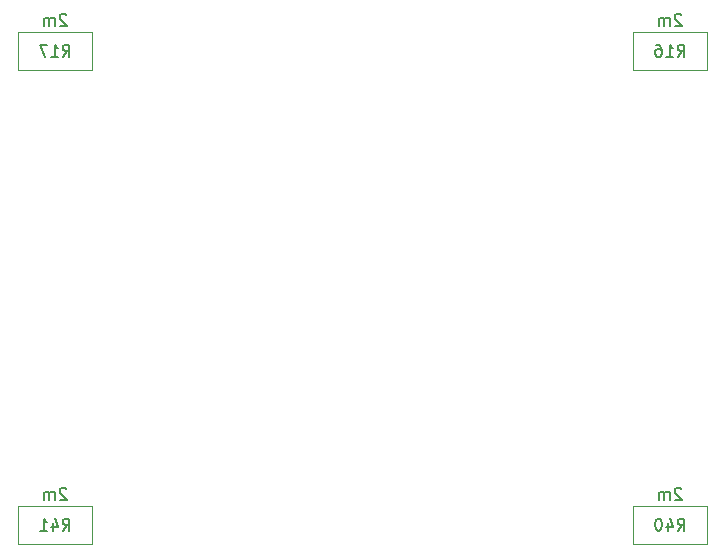
<source format=gbr>
%TF.GenerationSoftware,KiCad,Pcbnew,6.0.0*%
%TF.CreationDate,2022-01-11T14:05:17+01:00*%
%TF.ProjectId,main,6d61696e-2e6b-4696-9361-645f70636258,v.1.1.0*%
%TF.SameCoordinates,Original*%
%TF.FileFunction,AssemblyDrawing,Bot*%
%FSLAX46Y46*%
G04 Gerber Fmt 4.6, Leading zero omitted, Abs format (unit mm)*
G04 Created by KiCad (PCBNEW 6.0.0) date 2022-01-11 14:05:17*
%MOMM*%
%LPD*%
G01*
G04 APERTURE LIST*
%ADD10C,0.150000*%
%ADD11C,0.100000*%
G04 APERTURE END LIST*
D10*
%TO.C,R40*%
X182562380Y-99543619D02*
X182514761Y-99496000D01*
X182419523Y-99448380D01*
X182181428Y-99448380D01*
X182086190Y-99496000D01*
X182038571Y-99543619D01*
X181990952Y-99638857D01*
X181990952Y-99734095D01*
X182038571Y-99876952D01*
X182610000Y-100448380D01*
X181990952Y-100448380D01*
X181562380Y-100448380D02*
X181562380Y-99781714D01*
X181562380Y-99876952D02*
X181514761Y-99829333D01*
X181419523Y-99781714D01*
X181276666Y-99781714D01*
X181181428Y-99829333D01*
X181133809Y-99924571D01*
X181133809Y-100448380D01*
X181133809Y-99924571D02*
X181086190Y-99829333D01*
X180990952Y-99781714D01*
X180848095Y-99781714D01*
X180752857Y-99829333D01*
X180705238Y-99924571D01*
X180705238Y-100448380D01*
X182252857Y-103068380D02*
X182586190Y-102592190D01*
X182824285Y-103068380D02*
X182824285Y-102068380D01*
X182443333Y-102068380D01*
X182348095Y-102116000D01*
X182300476Y-102163619D01*
X182252857Y-102258857D01*
X182252857Y-102401714D01*
X182300476Y-102496952D01*
X182348095Y-102544571D01*
X182443333Y-102592190D01*
X182824285Y-102592190D01*
X181395714Y-102401714D02*
X181395714Y-103068380D01*
X181633809Y-102020761D02*
X181871904Y-102735047D01*
X181252857Y-102735047D01*
X180681428Y-102068380D02*
X180586190Y-102068380D01*
X180490952Y-102116000D01*
X180443333Y-102163619D01*
X180395714Y-102258857D01*
X180348095Y-102449333D01*
X180348095Y-102687428D01*
X180395714Y-102877904D01*
X180443333Y-102973142D01*
X180490952Y-103020761D01*
X180586190Y-103068380D01*
X180681428Y-103068380D01*
X180776666Y-103020761D01*
X180824285Y-102973142D01*
X180871904Y-102877904D01*
X180919523Y-102687428D01*
X180919523Y-102449333D01*
X180871904Y-102258857D01*
X180824285Y-102163619D01*
X180776666Y-102116000D01*
X180681428Y-102068380D01*
%TO.C,R41*%
X130492380Y-99543619D02*
X130444761Y-99496000D01*
X130349523Y-99448380D01*
X130111428Y-99448380D01*
X130016190Y-99496000D01*
X129968571Y-99543619D01*
X129920952Y-99638857D01*
X129920952Y-99734095D01*
X129968571Y-99876952D01*
X130540000Y-100448380D01*
X129920952Y-100448380D01*
X129492380Y-100448380D02*
X129492380Y-99781714D01*
X129492380Y-99876952D02*
X129444761Y-99829333D01*
X129349523Y-99781714D01*
X129206666Y-99781714D01*
X129111428Y-99829333D01*
X129063809Y-99924571D01*
X129063809Y-100448380D01*
X129063809Y-99924571D02*
X129016190Y-99829333D01*
X128920952Y-99781714D01*
X128778095Y-99781714D01*
X128682857Y-99829333D01*
X128635238Y-99924571D01*
X128635238Y-100448380D01*
X130182857Y-103068380D02*
X130516190Y-102592190D01*
X130754285Y-103068380D02*
X130754285Y-102068380D01*
X130373333Y-102068380D01*
X130278095Y-102116000D01*
X130230476Y-102163619D01*
X130182857Y-102258857D01*
X130182857Y-102401714D01*
X130230476Y-102496952D01*
X130278095Y-102544571D01*
X130373333Y-102592190D01*
X130754285Y-102592190D01*
X129325714Y-102401714D02*
X129325714Y-103068380D01*
X129563809Y-102020761D02*
X129801904Y-102735047D01*
X129182857Y-102735047D01*
X128278095Y-103068380D02*
X128849523Y-103068380D01*
X128563809Y-103068380D02*
X128563809Y-102068380D01*
X128659047Y-102211238D01*
X128754285Y-102306476D01*
X128849523Y-102354095D01*
%TO.C,R16*%
X182562380Y-59411619D02*
X182514761Y-59364000D01*
X182419523Y-59316380D01*
X182181428Y-59316380D01*
X182086190Y-59364000D01*
X182038571Y-59411619D01*
X181990952Y-59506857D01*
X181990952Y-59602095D01*
X182038571Y-59744952D01*
X182610000Y-60316380D01*
X181990952Y-60316380D01*
X181562380Y-60316380D02*
X181562380Y-59649714D01*
X181562380Y-59744952D02*
X181514761Y-59697333D01*
X181419523Y-59649714D01*
X181276666Y-59649714D01*
X181181428Y-59697333D01*
X181133809Y-59792571D01*
X181133809Y-60316380D01*
X181133809Y-59792571D02*
X181086190Y-59697333D01*
X180990952Y-59649714D01*
X180848095Y-59649714D01*
X180752857Y-59697333D01*
X180705238Y-59792571D01*
X180705238Y-60316380D01*
X182252857Y-62936380D02*
X182586190Y-62460190D01*
X182824285Y-62936380D02*
X182824285Y-61936380D01*
X182443333Y-61936380D01*
X182348095Y-61984000D01*
X182300476Y-62031619D01*
X182252857Y-62126857D01*
X182252857Y-62269714D01*
X182300476Y-62364952D01*
X182348095Y-62412571D01*
X182443333Y-62460190D01*
X182824285Y-62460190D01*
X181300476Y-62936380D02*
X181871904Y-62936380D01*
X181586190Y-62936380D02*
X181586190Y-61936380D01*
X181681428Y-62079238D01*
X181776666Y-62174476D01*
X181871904Y-62222095D01*
X180443333Y-61936380D02*
X180633809Y-61936380D01*
X180729047Y-61984000D01*
X180776666Y-62031619D01*
X180871904Y-62174476D01*
X180919523Y-62364952D01*
X180919523Y-62745904D01*
X180871904Y-62841142D01*
X180824285Y-62888761D01*
X180729047Y-62936380D01*
X180538571Y-62936380D01*
X180443333Y-62888761D01*
X180395714Y-62841142D01*
X180348095Y-62745904D01*
X180348095Y-62507809D01*
X180395714Y-62412571D01*
X180443333Y-62364952D01*
X180538571Y-62317333D01*
X180729047Y-62317333D01*
X180824285Y-62364952D01*
X180871904Y-62412571D01*
X180919523Y-62507809D01*
%TO.C,R17*%
X130492380Y-59411619D02*
X130444761Y-59364000D01*
X130349523Y-59316380D01*
X130111428Y-59316380D01*
X130016190Y-59364000D01*
X129968571Y-59411619D01*
X129920952Y-59506857D01*
X129920952Y-59602095D01*
X129968571Y-59744952D01*
X130540000Y-60316380D01*
X129920952Y-60316380D01*
X129492380Y-60316380D02*
X129492380Y-59649714D01*
X129492380Y-59744952D02*
X129444761Y-59697333D01*
X129349523Y-59649714D01*
X129206666Y-59649714D01*
X129111428Y-59697333D01*
X129063809Y-59792571D01*
X129063809Y-60316380D01*
X129063809Y-59792571D02*
X129016190Y-59697333D01*
X128920952Y-59649714D01*
X128778095Y-59649714D01*
X128682857Y-59697333D01*
X128635238Y-59792571D01*
X128635238Y-60316380D01*
X130182857Y-62936380D02*
X130516190Y-62460190D01*
X130754285Y-62936380D02*
X130754285Y-61936380D01*
X130373333Y-61936380D01*
X130278095Y-61984000D01*
X130230476Y-62031619D01*
X130182857Y-62126857D01*
X130182857Y-62269714D01*
X130230476Y-62364952D01*
X130278095Y-62412571D01*
X130373333Y-62460190D01*
X130754285Y-62460190D01*
X129230476Y-62936380D02*
X129801904Y-62936380D01*
X129516190Y-62936380D02*
X129516190Y-61936380D01*
X129611428Y-62079238D01*
X129706666Y-62174476D01*
X129801904Y-62222095D01*
X128897142Y-61936380D02*
X128230476Y-61936380D01*
X128659047Y-62936380D01*
D11*
%TO.C,R40*%
X184760000Y-101016000D02*
X178460000Y-101016000D01*
X178460000Y-104216000D02*
X184760000Y-104216000D01*
X184760000Y-104216000D02*
X184760000Y-101016000D01*
X178460000Y-101016000D02*
X178460000Y-104216000D01*
%TO.C,R41*%
X126390000Y-104216000D02*
X132690000Y-104216000D01*
X132690000Y-104216000D02*
X132690000Y-101016000D01*
X132690000Y-101016000D02*
X126390000Y-101016000D01*
X126390000Y-101016000D02*
X126390000Y-104216000D01*
%TO.C,R16*%
X178460000Y-64084000D02*
X184760000Y-64084000D01*
X184760000Y-64084000D02*
X184760000Y-60884000D01*
X184760000Y-60884000D02*
X178460000Y-60884000D01*
X178460000Y-60884000D02*
X178460000Y-64084000D01*
%TO.C,R17*%
X126390000Y-60884000D02*
X126390000Y-64084000D01*
X132690000Y-60884000D02*
X126390000Y-60884000D01*
X126390000Y-64084000D02*
X132690000Y-64084000D01*
X132690000Y-64084000D02*
X132690000Y-60884000D01*
%TD*%
M02*

</source>
